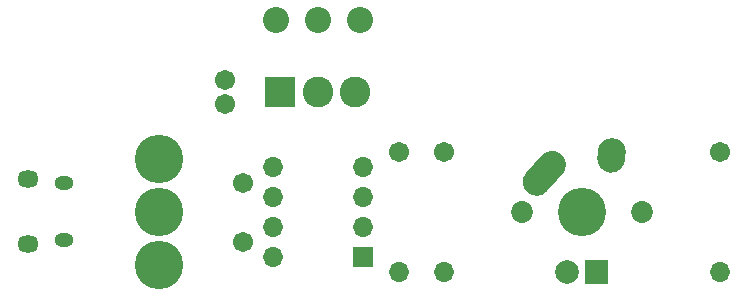
<source format=gbr>
G04 #@! TF.GenerationSoftware,KiCad,Pcbnew,(5.1.8-0-10_14)*
G04 #@! TF.CreationDate,2020-12-18T18:08:01+11:00*
G04 #@! TF.ProjectId,WS2812B_Controller_Board,57533238-3132-4425-9f43-6f6e74726f6c,rev?*
G04 #@! TF.SameCoordinates,Original*
G04 #@! TF.FileFunction,Soldermask,Bot*
G04 #@! TF.FilePolarity,Negative*
%FSLAX46Y46*%
G04 Gerber Fmt 4.6, Leading zero omitted, Abs format (unit mm)*
G04 Created by KiCad (PCBNEW (5.1.8-0-10_14)) date 2020-12-18 18:08:01*
%MOMM*%
%LPD*%
G01*
G04 APERTURE LIST*
%ADD10C,2.202000*%
%ADD11C,1.702000*%
%ADD12O,1.702000X1.702000*%
%ADD13C,4.102000*%
%ADD14C,1.852000*%
%ADD15C,2.007000*%
%ADD16C,2.352000*%
%ADD17C,4.089800*%
%ADD18C,2.601360*%
%ADD19O,1.802000X1.452000*%
%ADD20O,1.602000X1.202000*%
G04 APERTURE END LIST*
D10*
X133858000Y-78994000D03*
X137414000Y-78994000D03*
X140970000Y-78994000D03*
D11*
X171450000Y-90170000D03*
D12*
X171450000Y-100330000D03*
X148082000Y-100330000D03*
D11*
X148082000Y-90170000D03*
G36*
G01*
X142075000Y-98260000D02*
X142075000Y-99860000D01*
G75*
G02*
X142024000Y-99911000I-51000J0D01*
G01*
X140424000Y-99911000D01*
G75*
G02*
X140373000Y-99860000I0J51000D01*
G01*
X140373000Y-98260000D01*
G75*
G02*
X140424000Y-98209000I51000J0D01*
G01*
X142024000Y-98209000D01*
G75*
G02*
X142075000Y-98260000I0J-51000D01*
G01*
G37*
D12*
X133604000Y-91440000D03*
X141224000Y-96520000D03*
X133604000Y-93980000D03*
X141224000Y-93980000D03*
X133604000Y-96520000D03*
X141224000Y-91440000D03*
X133604000Y-99060000D03*
D13*
X123952000Y-99750000D03*
X123952000Y-95250000D03*
X123952000Y-90750000D03*
D12*
X144272000Y-100330000D03*
D11*
X144272000Y-90170000D03*
D14*
X164846000Y-95250000D03*
X154686000Y-95250000D03*
G36*
G01*
X160032500Y-101282500D02*
X160032500Y-99377500D01*
G75*
G02*
X160083500Y-99326500I51000J0D01*
G01*
X161988500Y-99326500D01*
G75*
G02*
X162039500Y-99377500I0J-51000D01*
G01*
X162039500Y-101282500D01*
G75*
G02*
X161988500Y-101333500I-51000J0D01*
G01*
X160083500Y-101333500D01*
G75*
G02*
X160032500Y-101282500I0J51000D01*
G01*
G37*
D15*
X158496000Y-100330000D03*
D16*
X157266000Y-91250000D03*
D17*
X159766000Y-95250000D03*
G36*
G01*
X155170629Y-93585310D02*
X155170623Y-93585305D01*
G75*
G02*
X155080695Y-91924623I785377J875305D01*
G01*
X156390697Y-90464623D01*
G75*
G02*
X158051379Y-90374695I875305J-785377D01*
G01*
X158051379Y-90374695D01*
G75*
G02*
X158141307Y-92035377I-785377J-875305D01*
G01*
X156831305Y-93495377D01*
G75*
G02*
X155170623Y-93585305I-875305J785377D01*
G01*
G37*
D16*
X162306000Y-90170000D03*
G36*
G01*
X162186014Y-91923277D02*
X162185088Y-91923213D01*
G75*
G02*
X161092787Y-90669088I80912J1173213D01*
G01*
X161132787Y-90089088D01*
G75*
G02*
X162386912Y-88996787I1173213J-80912D01*
G01*
X162386912Y-88996787D01*
G75*
G02*
X163479213Y-90250912I-80912J-1173213D01*
G01*
X163439213Y-90830912D01*
G75*
G02*
X162185088Y-91923213I-1173213J80912D01*
G01*
G37*
G36*
G01*
X132938320Y-86339680D02*
X132938320Y-83840320D01*
G75*
G02*
X132989320Y-83789320I51000J0D01*
G01*
X135488680Y-83789320D01*
G75*
G02*
X135539680Y-83840320I0J-51000D01*
G01*
X135539680Y-86339680D01*
G75*
G02*
X135488680Y-86390680I-51000J0D01*
G01*
X132989320Y-86390680D01*
G75*
G02*
X132938320Y-86339680I0J51000D01*
G01*
G37*
D18*
X137414000Y-85090000D03*
X140589000Y-85090000D03*
D19*
X112931000Y-97955000D03*
X112931000Y-92495000D03*
D20*
X115931000Y-97645000D03*
X115931000Y-92805000D03*
D11*
X129540000Y-84106000D03*
X129540000Y-86106000D03*
X131064000Y-92790000D03*
X131064000Y-97790000D03*
M02*

</source>
